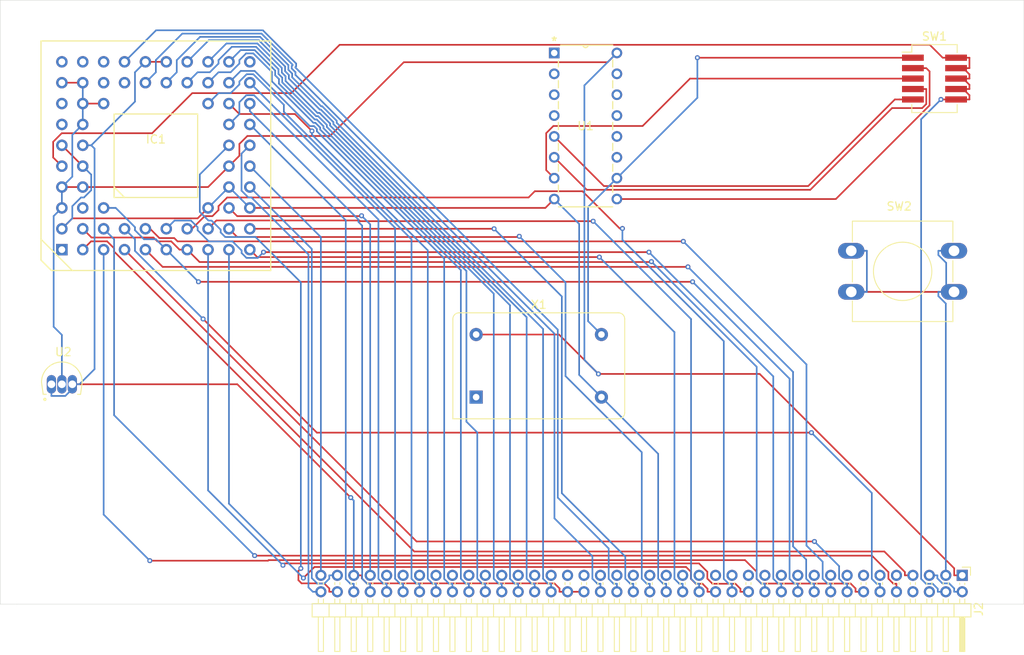
<source format=kicad_pcb>
(kicad_pcb (version 20240108) (generator "pcbnew") (generator_version "8.0")
  (layers (0 "F.Cu" signal) (31 "B.Cu" signal) (34 "B.Paste" user) (35 "F.Paste" user) (36 "B.SilkS" user "B.Silkscreen") (37 "F.SilkS" user "F.Silkscreen") (38 "B.Mask" user) (39 "F.Mask" user) (44 "Edge.Cuts" user))
  (net 0 "")
  (net 1 "+5V")
  (net 2 "GND")
  (net 3 "/CLK")
  (net 4 "/RESET")
  (net 6 "Net-(U1-QA)")
  (net 7 "Net-(U1-QD)")
  (net 8 "Net-(U1-QC)")
  (net 9 "Net-(U1-QB)")
  (net 10 "Net-(U1-CLK)")
  (net 13 "Net-(IC1A-A9)")
  (net 15 "Net-(IC1A-A7)")
  (net 16 "Net-(IC1A-D9)")
  (net 18 "Net-(IC1A-D4)")
  (net 21 "Net-(IC1A-D8)")
  (net 22 "Net-(IC1A-A14)")
  (net 23 "Net-(IC1A-D14)")
  (net 24 "/AS")
  (net 25 "/D0")
  (net 26 "Net-(IC1A-D11)")
  (net 27 "Net-(IC1A-A15)")
  (net 28 "Net-(IC1A-D10)")
  (net 29 "Net-(IC1A-A21)")
  (net 30 "Net-(IC1A-A11)")
  (net 31 "Net-(IC1A-D1)")
  (net 32 "/A1")
  (net 33 "/LDS")
  (net 34 "Net-(IC1A-A18)")
  (net 35 "Net-(IC1A-A8)")
  (net 36 "Net-(IC1A-D12)")
  (net 37 "Net-(IC1A-A17)")
  (net 40 "Net-(IC1A-A13)")
  (net 41 "Net-(IC1A-D6)")
  (net 42 "/R{slash}W")
  (net 44 "Net-(IC1A-A20)")
  (net 45 "Net-(IC1A-A16)")
  (net 47 "Net-(IC1A-D2)")
  (net 48 "Net-(IC1A-A6)")
  (net 49 "/D15")
  (net 50 "Net-(IC1A-A23)")
  (net 51 "Net-(IC1A-A12)")
  (net 52 "/UDS")
  (net 53 "Net-(IC1A-A2)")
  (net 56 "Net-(IC1A-A5)")
  (net 57 "Net-(IC1A-A10)")
  (net 58 "Net-(IC1A-D3)")
  (net 59 "Net-(IC1A-A19)")
  (footprint "parts:TO92127P495H695-3" (layer "F.Cu") (at 57.5 96)
    (property "Reference" "U2")
    (property "Value" "DS1813-5")
  )
  (footprint "parts:SN74HC4040N" (layer "F.Cu") (at 125 74.2)
    (property "Reference" "U1")
    (property "Value" "SN74HC4040N")
  )
  (footprint "Button_Switch_SMD:SW_DIP_SPSTx05_Slide_KingTek_DSHP05TJ_W5.25mm_P1.27mm_JPin" (layer "F.Cu") (at 163.625 59.54)
    (property "Reference" "SW1")
    (property "Value" "CLK DIP Switch")
  )
  (footprint "Button_Switch_THT:SW_PUSH-12mm" (layer "F.Cu") (at 153.5 80.5)
    (property "Reference" "SW2")
    (property "Value" "Reset")
  )
  (footprint "Connector_PinHeader_2.00mm:PinHeader_2x40_P2.00mm_Horizontal" (layer "F.Cu") (at 167 120 -90)
    (property "Reference" "J2")
    (property "Value" "80-bit bus")
  )
  (footprint "Oscillator:Oscillator_DIP-14" (layer "F.Cu") (at 107.88 98.31)
    (property "Reference" "X1")
    (property "Value" "Crystal Oscillator")
  )
  (footprint "parts:PGA64" (layer "F.Cu") (at 68.93 68.93)
    (property "Reference" "IC1")
    (property "Value" "MC68010R")
  )
  (gr_line (start 174.5 50) (end 174.5 123.5) (stroke (width 0.05)) (layer "Edge.Cuts"))
  (gr_line (start 50 50) (end 174.5 50) (stroke (width 0.05)) (layer "Edge.Cuts"))
  (gr_line (start 174.5 123.5) (end 52 123.5) (stroke (width 0.05)) (layer "Edge.Cuts"))
  (gr_line (start 52 123.5) (end 50 123.5) (stroke (width 0.05)) (layer "Edge.Cuts"))
  (gr_line (start 50 123.5) (end 50 50) (stroke (width 0.05)) (layer "Edge.Cuts"))
  (segment (start 62.58 62.58) (end 60.04 62.58) (width 0.2) (layer "F.Cu") (net 1))
  (segment (start 79.09 67.4942) (end 80.06 66.5242) (width 0.2) (layer "F.Cu") (net 1))
  (segment (start 77.82 70.2) (end 75.28 72.74) (width 0.2) (layer "F.Cu") (net 1))
  (segment (start 166.0233 120) (end 166.0233 119.146) (width 0.2) (layer "F.Cu") (net 1))
  (segment (start 99.0831 57.5484) (end 123.8716 57.5484) (width 0.2) (layer "F.Cu") (net 1))
  (segment (start 79.09 68.93) (end 79.09 67.4942) (width 0.2) (layer "F.Cu") (net 1))
  (segment (start 122.7506 95.4864) (end 117.9542 90.69) (width 0.2) (layer "F.Cu") (net 1))
  (segment (start 77.82 70.2) (end 79.09 68.93) (width 0.2) (layer "F.Cu") (net 1))
  (segment (start 117.9542 90.69) (end 107.88 90.69) (width 0.2) (layer "F.Cu") (net 1))
  (segment (start 142.3637 95.4864) (end 122.7506 95.4864) (width 0.2) (layer "F.Cu") (net 1))
  (segment (start 75.28 72.74) (end 60.04 72.74) (width 0.2) (layer "F.Cu") (net 1))
  (segment (start 90.1073 66.5242) (end 99.0831 57.5484) (width 0.2) (layer "F.Cu") (net 1))
  (segment (start 167 120) (end 166.0233 120) (width 0.2) (layer "F.Cu") (net 1))
  (segment (start 123.8716 57.5484) (end 125 56.42) (width 0.2) (layer "F.Cu") (net 1))
  (segment (start 60.04 60.04) (end 57.5 60.04) (width 0.2) (layer "F.Cu") (net 1))
  (segment (start 80.06 66.5242) (end 90.1073 66.5242) (width 0.2) (layer "F.Cu") (net 1))
  (segment (start 166.0233 119.146) (end 142.3637 95.4864) (width 0.2) (layer "F.Cu") (net 1))
  (segment (start 60.04 72.74) (end 57.5 72.74) (width 0.2) (layer "F.Cu") (net 1))
  (via (at 122.7506 95.4864) (size 0.6) (drill 0.3) (layers "F.Cu" "B.Cu") (net 1))
  (segment (start 56.4998 89.7387) (end 57.5 90.7389) (width 0.2) (layer "B.Cu") (net 1))
  (segment (start 57.5 75.28) (end 56.4998 76.2802) (width 0.2) (layer "B.Cu") (net 1))
  (segment (start 57.5 90.7389) (end 57.5 96.745) (width 0.2) (layer "B.Cu") (net 1))
  (segment (start 58.77 71.47) (end 57.5 72.74) (width 0.2) (layer "B.Cu") (net 1))
  (segment (start 60.04 60.04) (end 60.04 62.58) (width 0.2) (layer "B.Cu") (net 1))
  (segment (start 122.7506 95.4864) (end 121.0476 93.7834) (width 0.2) (layer "B.Cu") (net 1))
  (segment (start 60.04 62.58) (end 60.04 65.12) (width 0.2) (layer "B.Cu") (net 1))
  (segment (start 57.5 72.74) (end 57.5 75.28) (width 0.2) (layer "B.Cu") (net 1))
  (segment (start 58.77 66.39) (end 58.77 71.47) (width 0.2) (layer "B.Cu") (net 1))
  (segment (start 60.04 65.12) (end 58.77 66.39) (width 0.2) (layer "B.Cu") (net 1))
  (segment (start 121.0476 60.3724) (end 125 56.42) (width 0.2) (layer "B.Cu") (net 1))
  (segment (start 121.0476 93.7834) (end 121.0476 60.3724) (width 0.2) (layer "B.Cu") (net 1))
  (segment (start 56.4998 76.2802) (end 56.4998 89.7387) (width 0.2) (layer "B.Cu") (net 1))
  (segment (start 58.77 76.55) (end 57.5 77.82) (width 0.2) (layer "F.Cu") (net 2))
  (segment (start 80.36 75.28) (end 116.3 75.28) (width 0.2) (layer "F.Cu") (net 2))
  (segment (start 75.28 75.28) (end 74.01 76.55) (width 0.2) (layer "F.Cu") (net 2))
  (segment (start 116.3 75.28) (end 117.38 74.2) (width 0.2) (layer "F.Cu") (net 2))
  (segment (start 74.01 76.55) (end 58.77 76.55) (width 0.2) (layer "F.Cu") (net 2))
  (segment (start 57.5 67.66) (end 60.04 70.2) (width 0.2) (layer "F.Cu") (net 2))
  (segment (start 58.77 76.55) (end 57.5 77.82) (width 0.2) (layer "B.Cu") (net 2))
  (segment (start 120.4116 95.6016) (end 120.4116 77.2316) (width 0.2) (layer "B.Cu") (net 2))
  (segment (start 80.36 75.28) (end 77.82 72.74) (width 0.2) (layer "B.Cu") (net 2))
  (segment (start 60.04 70.2) (end 61.0719 71.2319) (width 0.2) (layer "B.Cu") (net 2))
  (segment (start 123.12 98.31) (end 130.0218 105.2118) (width 0.2) (layer "B.Cu") (net 2))
  (segment (start 130.0218 120.4115) (end 130.6336 121.0233) (width 0.2) (layer "B.Cu") (net 2))
  (segment (start 120.4116 77.2316) (end 117.38 74.2) (width 0.2) (layer "B.Cu") (net 2))
  (segment (start 163 120) (end 163.9767 120) (width 0.2) (layer "B.Cu") (net 2))
  (segment (start 77.82 72.74) (end 75.28 75.28) (width 0.2) (layer "B.Cu") (net 2))
  (segment (start 165.4048 120.9767) (end 164.587 120.9767) (width 0.2) (layer "B.Cu") (net 2))
  (segment (start 60.1854 74.01) (end 59.8279 74.01) (width 0.2) (layer "B.Cu") (net 2))
  (segment (start 61.0719 71.2319) (end 61.0719 73.1235) (width 0.2) (layer "B.Cu") (net 2))
  (segment (start 123.12 98.31) (end 120.4116 95.6016) (width 0.2) (layer "B.Cu") (net 2))
  (segment (start 167 122) (end 166.0233 122) (width 0.2) (layer "B.Cu") (net 2))
  (segment (start 59.8279 74.01) (end 58.77 75.0679) (width 0.2) (layer "B.Cu") (net 2))
  (segment (start 130.6336 121.0233) (end 131 121.0233) (width 0.2) (layer "B.Cu") (net 2))
  (segment (start 58.77 75.0679) (end 58.77 76.55) (width 0.2) (layer "B.Cu") (net 2))
  (segment (start 131 122) (end 131 121.0233) (width 0.2) (layer "B.Cu") (net 2))
  (segment (start 163.9767 120.3664) (end 163.9767 120) (width 0.2) (layer "B.Cu") (net 2))
  (segment (start 166.0233 121.5952) (end 165.4048 120.9767) (width 0.2) (layer "B.Cu") (net 2))
  (segment (start 166.0233 122) (end 166.0233 121.5952) (width 0.2) (layer "B.Cu") (net 2))
  (segment (start 130.0218 105.2118) (end 130.0218 120.4115) (width 0.2) (layer "B.Cu") (net 2))
  (segment (start 61.0719 73.1235) (end 60.1854 74.01) (width 0.2) (layer "B.Cu") (net 2))
  (segment (start 164.587 120.9767) (end 163.9767 120.3664) (width 0.2) (layer "B.Cu") (net 2))
  (segment (start 167.8767 61.5687) (end 167.8767 62.08) (width 0.2) (layer "F.Cu") (net 3))
  (segment (start 167.8767 59.0287) (end 167.8767 59.54) (width 0.2) (layer "F.Cu") (net 3))
  (segment (start 167.8767 60.2987) (end 167.8767 60.81) (width 0.2) (layer "F.Cu") (net 3))
  (segment (start 166.25 58.27) (end 167.0634 58.27) (width 0.2) (layer "F.Cu") (net 3))
  (segment (start 167.118 59.54) (end 167.8767 60.2987) (width 0.2) (layer "F.Cu") (net 3))
  (segment (start 85.3976 61.31) (end 91.2807 55.4269) (width 0.2) (layer "F.Cu") (net 3))
  (segment (start 167.0634 60.81) (end 167.8767 60.81) (width 0.2) (layer "F.Cu") (net 3))
  (segment (start 167.0634 58.27) (end 167.118 58.27) (width 0.2) (layer "F.Cu") (net 3))
  (segment (start 166.25 62.08) (end 167.8767 62.08) (width 0.2) (layer "F.Cu") (net 3))
  (segment (start 73.3578 61.31) (end 85.3976 61.31) (width 0.2) (layer "F.Cu") (net 3))
  (segment (start 166.25 62.08) (end 164.6233 62.08) (width 0.2) (layer "F.Cu") (net 3))
  (segment (start 57.4852 66.19) (end 68.4778 66.19) (width 0.2) (layer "F.Cu") (net 3))
  (segment (start 167.0634 60.81) (end 167.118 60.81) (width 0.2) (layer "F.Cu") (net 3))
  (segment (start 68.4778 66.19) (end 73.3578 61.31) (width 0.2) (layer "F.Cu") (net 3))
  (segment (start 166.25 57) (end 167.8767 57) (width 0.2) (layer "F.Cu") (net 3))
  (segment (start 166.25 59.54) (end 167.0634 59.54) (width 0.2) (layer "F.Cu") (net 3))
  (segment (start 167.0634 58.27) (end 167.8767 58.27) (width 0.2) (layer "F.Cu") (net 3))
  (segment (start 56.4425 69.1425) (end 56.4425 67.2327) (width 0.2) (layer "F.Cu") (net 3))
  (segment (start 163.0502 55.4269) (end 164.6233 57) (width 0.2) (layer "F.Cu") (net 3))
  (segment (start 56.4425 67.2327) (end 57.4852 66.19) (width 0.2) (layer "F.Cu") (net 3))
  (segment (start 166.25 57) (end 164.6233 57) (width 0.2) (layer "F.Cu") (net 3))
  (segment (start 167.0634 59.54) (end 167.8767 59.54) (width 0.2) (layer "F.Cu") (net 3))
  (segment (start 167.0634 59.54) (end 167.118 59.54) (width 0.2) (layer "F.Cu") (net 3))
  (segment (start 167.118 60.81) (end 167.8767 61.5687) (width 0.2) (layer "F.Cu") (net 3))
  (segment (start 167.8767 57) (end 167.8767 58.27) (width 0.2) (layer "F.Cu") (net 3))
  (segment (start 91.2807 55.4269) (end 163.0502 55.4269) (width 0.2) (layer "F.Cu") (net 3))
  (segment (start 166.25 60.81) (end 167.0634 60.81) (width 0.2) (layer "F.Cu") (net 3))
  (segment (start 167.118 58.27) (end 167.8767 59.0287) (width 0.2) (layer "F.Cu") (net 3))
  (segment (start 57.5 70.2) (end 56.4425 69.1425) (width 0.2) (layer "F.Cu") (net 3))
  (segment (start 164.6233 62.08) (end 164.4103 62.08) (width 0.2) (layer "F.Cu") (net 3))
  (via (at 164.4103 62.08) (size 0.6) (drill 0.3) (layers "F.Cu" "B.Cu") (net 3))
  (segment (start 165 122) (end 164.0233 122) (width 0.2) (layer "B.Cu") (net 3))
  (segment (start 162.0001 64.4902) (end 164.4103 62.08) (width 0.2) (layer "B.Cu") (net 3))
  (segment (start 162.0001 120.4328) (end 162.0001 64.4902) (width 0.2) (layer "B.Cu") (net 3))
  (segment (start 164.0233 121.6336) (end 163.413 121.0233) (width 0.2) (layer "B.Cu") (net 3))
  (segment (start 163.413 121.0233) (end 162.5906 121.0233) (width 0.2) (layer "B.Cu") (net 3))
  (segment (start 164.0233 122) (end 164.0233 121.6336) (width 0.2) (layer "B.Cu") (net 3))
  (segment (start 162.5906 121.0233) (end 162.0001 120.4328) (width 0.2) (layer "B.Cu") (net 3))
  (segment (start 93.9767 120) (end 93.9767 120.3664) (width 0.2) (layer "F.Cu") (net 4))
  (segment (start 117.4048 120.9767) (end 118.0233 121.5952) (width 0.2) (layer "F.Cu") (net 4))
  (segment (start 93 120) (end 93.9767 120) (width 0.2) (layer "F.Cu") (net 4))
  (segment (start 120.7629 122) (end 120.8815 122) (width 0.2) (layer "F.Cu") (net 4))
  (segment (start 120.9926 122) (end 120.9963 122) (width 0.2) (layer "F.Cu") (net 4))
  (segment (start 120.5257 122) (end 120.7629 122) (width 0.2) (layer "F.Cu") (net 4))
  (segment (start 119 122) (end 120.0513 122) (width 0.2) (layer "F.Cu") (net 4))
  (segment (start 94.587 120.9767) (end 117.4048 120.9767) (width 0.2) (layer "F.Cu") (net 4))
  (segment (start 120.9408 122) (end 120.9704 122) (width 0.2) (layer "F.Cu") (net 4))
  (segment (start 120.8815 122) (end 120.9408 122) (width 0.2) (layer "F.Cu") (net 4))
  (segment (start 120.9852 122) (end 120.9926 122) (width 0.2) (layer "F.Cu") (net 4))
  (segment (start 120.9999 122) (end 121 122) (width 0.2) (layer "F.Cu") (net 4))
  (segment (start 93.9767 120.3664) (end 94.587 120.9767) (width 0.2) (layer "F.Cu") (net 4))
  (segment (start 120.0513 122) (end 120.5257 122) (width 0.2) (layer "F.Cu") (net 4))
  (segment (start 120.9996 122) (end 120.9998 122) (width 0.2) (layer "F.Cu") (net 4))
  (segment (start 118.0233 121.5952) (end 118.0233 122) (width 0.2) (layer "F.Cu") (net 4))
  (segment (start 78.8373 96.745) (end 92.6299 110.5376) (width 0.2) (layer "F.Cu") (net 4))
  (segment (start 120.9991 122) (end 120.9996 122) (width 0.2) (layer "F.Cu") (net 4))
  (segment (start 58.77 96.745) (end 78.8373 96.745) (width 0.2) (layer "F.Cu") (net 4))
  (segment (start 120.9982 122) (end 120.9991 122) (width 0.2) (layer "F.Cu") (net 4))
  (segment (start 120.9704 122) (end 120.9852 122) (width 0.2) (layer "F.Cu") (net 4))
  (segment (start 70.2 57.5) (end 67.66 57.5) (width 0.2) (layer "F.Cu") (net 4))
  (segment (start 120.9998 122) (end 120.9999 122) (width 0.2) (layer "F.Cu") (net 4))
  (segment (start 118.5117 122) (end 119 122) (width 0.2) (layer "F.Cu") (net 4))
  (segment (start 120.9963 122) (end 120.9982 122) (width 0.2) (layer "F.Cu") (net 4))
  (segment (start 118.5117 122) (end 118.0233 122) (width 0.2) (layer "F.Cu") (net 4))
  (segment (start 166 85.5) (end 153.5 85.5) (width 0.2) (layer "F.Cu") (net 4))
  (via (at 92.6299 110.5376) (size 0.6) (drill 0.3) (layers "F.Cu" "B.Cu") (net 4))
  (segment (start 164.0983 86.0185) (end 164.0983 85.5) (width 0.2) (layer "B.Cu") (net 4))
  (segment (start 58.9934 96.745) (end 58.9934 97.0901) (width 0.2) (layer "B.Cu") (net 4))
  (segment (start 165.0492 85.5) (end 164.0983 85.5) (width 0.2) (layer "B.Cu") (net 4))
  (segment (start 153.5 85.5) (end 155.4017 85.5) (width 0.2) (layer "B.Cu") (net 4))
  (segment (start 61.0719 67.66) (end 61.4736 68.0617) (width 0.2) (layer "B.Cu") (net 4))
  (segment (start 165.0492 81.9693) (end 165.0491 81.9693) (width 0.2) (layer "B.Cu") (net 4))
  (segment (start 58.9934 97.0901) (end 57.9168 98.1667) (width 0.2) (layer "B.Cu") (net 4))
  (segment (start 57.9168 98.1667) (end 56.23 98.1667) (width 0.2) (layer "B.Cu") (net 4))
  (segment (start 166 80.5) (end 164.0983 80.5) (width 0.2) (layer "B.Cu") (net 4))
  (segment (start 165.0492 85.5) (end 165.0492 81.9693) (width 0.2) (layer "B.Cu") (net 4))
  (segment (start 165 86.9201) (end 164.9999 86.9201) (width 0.2) (layer "B.Cu") (net 4))
  (segment (start 58.77 96.745) (end 58.9934 96.745) (width 0.2) (layer "B.Cu") (net 4))
  (segment (start 155.4017 85.5) (end 155.4017 80.5) (width 0.2) (layer "B.Cu") (net 4))
  (segment (start 66.39 58.77) (end 66.39 62.3419) (width 0.2) (layer "B.Cu") (net 4))
  (segment (start 67.66 57.5) (end 66.39 58.77) (width 0.2) (layer "B.Cu") (net 4))
  (segment (start 61.4736 94.9031) (end 59.6317 96.745) (width 0.2) (layer "B.Cu") (net 4))
  (segment (start 66.39 62.3419) (end 61.0719 67.66) (width 0.2) (layer "B.Cu") (net 4))
  (segment (start 93 120) (end 93 110.9077) (width 0.2) (layer "B.Cu") (net 4))
  (segment (start 61.0719 67.66) (end 60.04 67.66) (width 0.2) (layer "B.Cu") (net 4))
  (segment (start 164.0983 81.0185) (end 164.0983 80.5) (width 0.2) (layer "B.Cu") (net 4))
  (segment (start 93 110.9077) (end 92.6299 110.5376) (width 0.2) (layer "B.Cu") (net 4))
  (segment (start 61.4736 68.0617) (end 61.4736 94.9031) (width 0.2) (layer "B.Cu") (net 4))
  (segment (start 153.5 80.5) (end 155.4017 80.5) (width 0.2) (layer "B.Cu") (net 4))
  (segment (start 56.23 96.745) (end 56.23 98.1667) (width 0.2) (layer "B.Cu") (net 4))
  (segment (start 58.9934 96.745) (end 59.6317 96.745) (width 0.2) (layer "B.Cu") (net 4))
  (segment (start 165 119.0233) (end 165 86.9201) (width 0.2) (layer "B.Cu") (net 4))
  (segment (start 165.0491 81.9693) (end 164.0983 81.0185) (width 0.2) (layer "B.Cu") (net 4))
  (segment (start 164.9999 86.9201) (end 164.0983 86.0185) (width 0.2) (layer "B.Cu") (net 4))
  (segment (start 166 85.5) (end 165.0492 85.5) (width 0.2) (layer "B.Cu") (net 4))
  (segment (start 165 120) (end 165 119.0233) (width 0.2) (layer "B.Cu") (net 4))
  (segment (start 125 74.2) (end 151.626 74.2) (width 0.2) (layer "F.Cu") (net 6))
  (segment (start 161 58.27) (end 162.6267 58.27) (width 0.2) (layer "F.Cu") (net 6))
  (segment (start 163.0284 58.6717) (end 162.6267 58.27) (width 0.2) (layer "F.Cu") (net 6))
  (segment (start 163.0284 62.7976) (end 163.0284 58.6717) (width 0.2) (layer "F.Cu") (net 6))
  (segment (start 151.626 74.2) (end 163.0284 62.7976) (width 0.2) (layer "F.Cu") (net 6))
  (segment (start 123.4174 72.6174) (end 117.38 66.58) (width 0.2) (layer "F.Cu") (net 7))
  (segment (start 158.8053 62.08) (end 148.2679 72.6174) (width 0.2) (layer "F.Cu") (net 7))
  (segment (start 159.3733 62.08) (end 158.8053 62.08) (width 0.2) (layer "F.Cu") (net 7))
  (segment (start 148.2679 72.6174) (end 123.4174 72.6174) (width 0.2) (layer "F.Cu") (net 7))
  (segment (start 161 62.08) (end 159.3733 62.08) (width 0.2) (layer "F.Cu") (net 7))
  (segment (start 161 60.81) (end 162.6267 60.81) (width 0.2) (layer "F.Cu") (net 8))
  (segment (start 162.6267 60.81) (end 162.6267 62.6313) (width 0.2) (layer "F.Cu") (net 8))
  (segment (start 121.3363 73.0763) (end 117.38 69.12) (width 0.2) (layer "F.Cu") (net 8))
  (segment (start 162.6267 62.6313) (end 162.1303 63.1277) (width 0.2) (layer "F.Cu") (net 8))
  (segment (start 158.467 63.1277) (end 148.5184 73.0763) (width 0.2) (layer "F.Cu") (net 8))
  (segment (start 162.1303 63.1277) (end 158.467 63.1277) (width 0.2) (layer "F.Cu") (net 8))
  (segment (start 148.5184 73.0763) (end 121.3363 73.0763) (width 0.2) (layer "F.Cu") (net 8))
  (segment (start 161 59.54) (end 133.8975 59.54) (width 0.2) (layer "F.Cu") (net 9))
  (segment (start 116.4035 70.6835) (end 117.38 71.66) (width 0.2) (layer "F.Cu") (net 9))
  (segment (start 117.2745 65.3102) (end 116.4035 66.1812) (width 0.2) (layer "F.Cu") (net 9))
  (segment (start 133.8975 59.54) (end 128.1273 65.3102) (width 0.2) (layer "F.Cu") (net 9))
  (segment (start 116.4035 66.1812) (end 116.4035 70.6835) (width 0.2) (layer "F.Cu") (net 9))
  (segment (start 128.1273 65.3102) (end 117.2745 65.3102) (width 0.2) (layer "F.Cu") (net 9))
  (segment (start 161 57) (end 134.7894 57) (width 0.2) (layer "F.Cu") (net 10))
  (via (at 134.7894 57) (size 0.6) (drill 0.3) (layers "F.Cu" "B.Cu") (net 10))
  (segment (start 121.4986 89.0686) (end 121.4986 75.1614) (width 0.2) (layer "B.Cu") (net 10))
  (segment (start 121.4986 75.1614) (end 125 71.66) (width 0.2) (layer "B.Cu") (net 10))
  (segment (start 123.12 90.69) (end 121.4986 89.0686) (width 0.2) (layer "B.Cu") (net 10))
  (segment (start 125 71.66) (end 134.7894 61.8706) (width 0.2) (layer "B.Cu") (net 10))
  (segment (start 134.7894 61.8706) (end 134.7894 57) (width 0.2) (layer "B.Cu") (net 10))
  (segment (start 108.6336 121.0233) (end 108.0233 120.413) (width 0.2) (layer "B.Cu") (net 13))
  (segment (start 109 121.0233) (end 108.6336 121.0233) (width 0.2) (layer "B.Cu") (net 13))
  (segment (start 108.0233 120.413) (end 108.0233 102.6152) (width 0.2) (layer "B.Cu") (net 13))
  (segment (start 89.3168 65.3407) (end 88.4935 64.5174) (width 0.2) (layer "B.Cu") (net 13))
  (segment (start 83.8992 60.162) (end 83.8992 59.594) (width 0.2) (layer "B.Cu") (net 13))
  (segment (start 79.2476 56.0724) (end 77.82 57.5) (width 0.2) (layer "B.Cu") (net 13))
  (segment (start 80.9456 56.0724) (end 79.2476 56.0724) (width 0.2) (layer "B.Cu") (net 13))
  (segment (start 89.3168 65.5796) (end 89.3168 65.3407) (width 0.2) (layer "B.Cu") (net 13))
  (segment (start 106.7002 101.2921) (end 106.7002 82.963) (width 0.2) (layer "B.Cu") (net 13))
  (segment (start 83.4413 58.5681) (end 80.9456 56.0724) (width 0.2) (layer "B.Cu") (net 13))
  (segment (start 109 122) (end 109 121.0233) (width 0.2) (layer "B.Cu") (net 13))
  (segment (start 83.4413 59.1361) (end 83.4413 58.5681) (width 0.2) (layer "B.Cu") (net 13))
  (segment (start 88.4935 64.5174) (end 88.2546 64.5174) (width 0.2) (layer "B.Cu") (net 13))
  (segment (start 88.2546 64.5174) (end 83.8992 60.162) (width 0.2) (layer "B.Cu") (net 13))
  (segment (start 108.0233 102.6152) (end 106.7002 101.2921) (width 0.2) (layer "B.Cu") (net 13))
  (segment (start 106.7002 82.963) (end 89.3168 65.5796) (width 0.2) (layer "B.Cu") (net 13))
  (segment (start 83.8992 59.594) (end 83.4413 59.1361) (width 0.2) (layer "B.Cu") (net 13))
  (segment (start 81.2782 55.269) (end 77.511 55.269) (width 0.2) (layer "B.Cu") (net 15))
  (segment (start 88.8261 63.714) (end 88.5872 63.714) (width 0.2) (layer "B.Cu") (net 15))
  (segment (start 77.511 55.269) (end 75.28 57.5) (width 0.2) (layer "B.Cu") (net 15))
  (segment (start 90.1202 65.0081) (end 88.8261 63.714) (width 0.2) (layer "B.Cu") (net 15))
  (segment (start 84.2447 58.8035) (end 84.2447 58.2355) (width 0.2) (layer "B.Cu") (net 15))
  (segment (start 90.1202 65.247) (end 90.1202 65.0081) (width 0.2) (layer "B.Cu") (net 15))
  (segment (start 88.5872 63.714) (end 84.7026 59.8294) (width 0.2) (layer "B.Cu") (net 15))
  (segment (start 112.5952 121.0233) (end 112 120.4281) (width 0.2) (layer "B.Cu") (net 15))
  (segment (start 113 122) (end 113 121.0233) (width 0.2) (layer "B.Cu") (net 15))
  (segment (start 113 121.0233) (end 112.5952 121.0233) (width 0.2) (layer "B.Cu") (net 15))
  (segment (start 84.7026 59.2614) (end 84.2447 58.8035) (width 0.2) (layer "B.Cu") (net 15))
  (segment (start 84.2447 58.2355) (end 81.2782 55.269) (width 0.2) (layer "B.Cu") (net 15))
  (segment (start 112 87.1268) (end 90.1202 65.247) (width 0.2) (layer "B.Cu") (net 15))
  (segment (start 112 120.4281) (end 112 87.1268) (width 0.2) (layer "B.Cu") (net 15))
  (segment (start 84.7026 59.8294) (end 84.7026 59.2614) (width 0.2) (layer "B.Cu") (net 15))
  (segment (start 125.3439 77.7816) (end 125.6719 77.7816) (width 0.2) (layer "F.Cu") (net 16))
  (segment (start 77.6067 74.01) (end 114.2559 74.01) (width 0.2) (layer "F.Cu") (net 16))
  (segment (start 115.0153 73.2506) (end 120.8129 73.2506) (width 0.2) (layer "F.Cu") (net 16))
  (segment (start 76.55 75.0667) (end 77.6067 74.01) (width 0.2) (layer "F.Cu") (net 16))
  (segment (start 72.74 77.82) (end 73.3257 77.82) (width 0.2) (layer "F.Cu") (net 16))
  (segment (start 75.8077 76.2802) (end 76.55 75.5379) (width 0.2) (layer "F.Cu") (net 16))
  (segment (start 74.8655 76.2802) (end 75.8077 76.2802) (width 0.2) (layer "F.Cu") (net 16))
  (segment (start 76.55 75.5379) (end 76.55 75.0667) (width 0.2) (layer "F.Cu") (net 16))
  (segment (start 114.2559 74.01) (end 115.0153 73.2506) (width 0.2) (layer "F.Cu") (net 16))
  (segment (start 73.3257 77.82) (end 74.8655 76.2802) (width 0.2) (layer "F.Cu") (net 16))
  (segment (start 120.8129 73.2506) (end 125.3439 77.7816) (width 0.2) (layer "F.Cu") (net 16))
  (via (at 125.6719 77.7816) (size 0.6) (drill 0.3) (layers "F.Cu" "B.Cu") (net 16))
  (segment (start 138.5952 121.0233) (end 139 121.0233) (width 0.2) (layer "B.Cu") (net 16))
  (segment (start 125.6719 77.7816) (end 125.6719 79.1743) (width 0.2) (layer "B.Cu") (net 16))
  (segment (start 125.6719 79.1743) (end 138 91.5024) (width 0.2) (layer "B.Cu") (net 16))
  (segment (start 138 120.4281) (end 138.5952 121.0233) (width 0.2) (layer "B.Cu") (net 16))
  (segment (start 138 91.5024) (end 138 120.4281) (width 0.2) (layer "B.Cu") (net 16))
  (segment (start 139 122) (end 139 121.0233) (width 0.2) (layer "B.Cu") (net 16))
  (segment (start 67.66 80.36) (end 69.7565 82.4565) (width 0.2) (layer "F.Cu") (net 18))
  (segment (start 69.7565 82.4565) (end 133.6412 82.4565) (width 0.2) (layer "F.Cu") (net 18))
  (via (at 133.6412 82.4565) (size 0.6) (drill 0.3) (layers "F.Cu" "B.Cu") (net 18))
  (segment (start 148.0233 118.0768) (end 146.4235 116.477) (width 0.2) (layer "B.Cu") (net 18))
  (segment (start 148.0233 120.413) (end 148.0233 118.0768) (width 0.2) (layer "B.Cu") (net 18))
  (segment (start 146.4235 116.477) (end 146.4235 95.2388) (width 0.2) (layer "B.Cu") (net 18))
  (segment (start 148.6336 121.0233) (end 148.0233 120.413) (width 0.2) (layer "B.Cu") (net 18))
  (segment (start 149 121.0233) (end 148.6336 121.0233) (width 0.2) (layer "B.Cu") (net 18))
  (segment (start 146.4235 95.2388) (end 133.6412 82.4565) (width 0.2) (layer "B.Cu") (net 18))
  (segment (start 149 122) (end 149 121.0233) (width 0.2) (layer "B.Cu") (net 18))
  (segment (start 136.6261 121.0233) (end 136 120.3972) (width 0.2) (layer "F.Cu") (net 21))
  (segment (start 139.413 121.0233) (end 136.6261 121.0233) (width 0.2) (layer "F.Cu") (net 21))
  (segment (start 134.985 118.5499) (end 84.6062 118.5499) (width 0.2) (layer "F.Cu") (net 21))
  (segment (start 141 122) (end 140.0233 122) (width 0.2) (layer "F.Cu") (net 21))
  (segment (start 136 120.3972) (end 136 119.5649) (width 0.2) (layer "F.Cu") (net 21))
  (segment (start 140.0233 122) (end 140.0233 121.6336) (width 0.2) (layer "F.Cu") (net 21))
  (segment (start 84.6062 118.5499) (end 84.3863 118.7698) (width 0.2) (layer "F.Cu") (net 21))
  (segment (start 136 119.5649) (end 134.985 118.5499) (width 0.2) (layer "F.Cu") (net 21))
  (segment (start 140.0233 121.6336) (end 139.413 121.0233) (width 0.2) (layer "F.Cu") (net 21))
  (via (at 84.3863 118.7698) (size 0.6) (drill 0.3) (layers "F.Cu" "B.Cu") (net 21))
  (segment (start 75.28 109.6635) (end 84.3863 118.7698) (width 0.2) (layer "B.Cu") (net 21))
  (segment (start 75.28 80.36) (end 75.28 109.6635) (width 0.2) (layer "B.Cu") (net 21))
  (segment (start 98.6336 121.0233) (end 98.0233 120.413) (width 0.2) (layer "B.Cu") (net 22))
  (segment (start 98.0233 77.7033) (end 80.36 60.04) (width 0.2) (layer "B.Cu") (net 22))
  (segment (start 99 122) (end 99 121.0233) (width 0.2) (layer "B.Cu") (net 22))
  (segment (start 99 121.0233) (end 98.6336 121.0233) (width 0.2) (layer "B.Cu") (net 22))
  (segment (start 98.0233 120.413) (end 98.0233 77.7033) (width 0.2) (layer "B.Cu") (net 22))
  (segment (start 78.8202 78.8202) (end 113.039 78.8202) (width 0.2) (layer "F.Cu") (net 23))
  (segment (start 113.039 78.8202) (end 113.1261 78.7331) (width 0.2) (layer "F.Cu") (net 23))
  (segment (start 77.82 77.82) (end 78.8202 78.8202) (width 0.2) (layer "F.Cu") (net 23))
  (via (at 113.1261 78.7331) (size 0.6) (drill 0.3) (layers "F.Cu" "B.Cu") (net 23))
  (segment (start 129 122) (end 129 121.0233) (width 0.2) (layer "B.Cu") (net 23))
  (segment (start 128.6336 121.0233) (end 128.0233 120.413) (width 0.2) (layer "B.Cu") (net 23))
  (segment (start 128.0233 120.413) (end 128.0233 105.0198) (width 0.2) (layer "B.Cu") (net 23))
  (segment (start 118.7513 84.3583) (end 113.1261 78.7331) (width 0.2) (layer "B.Cu") (net 23))
  (segment (start 118.7513 95.7478) (end 118.7513 84.3583) (width 0.2) (layer "B.Cu") (net 23))
  (segment (start 128.0233 105.0198) (end 118.7513 95.7478) (width 0.2) (layer "B.Cu") (net 23))
  (segment (start 129 121.0233) (end 128.6336 121.0233) (width 0.2) (layer "B.Cu") (net 23))
  (segment (start 63.85 80.5888) (end 63.85 80.1942) (width 0.2) (layer "F.Cu") (net 24))
  (segment (start 63.0056 79.3498) (end 61.0502 79.3498) (width 0.2) (layer "F.Cu") (net 24))
  (segment (start 63.85 80.1942) (end 63.0056 79.3498) (width 0.2) (layer "F.Cu") (net 24))
  (segment (start 160.0233 119.5952) (end 157.5251 117.097) (width 0.2) (layer "F.Cu") (net 24))
  (segment (start 160.0233 120) (end 160.0233 119.5952) (width 0.2) (layer "F.Cu") (net 24))
  (segment (start 161 120) (end 160.0233 120) (width 0.2) (layer "F.Cu") (net 24))
  (segment (start 61.0502 79.3498) (end 60.04 80.36) (width 0.2) (layer "F.Cu") (net 24))
  (segment (start 157.5251 117.097) (end 100.3582 117.097) (width 0.2) (layer "F.Cu") (net 24))
  (segment (start 100.3582 117.097) (end 63.85 80.5888) (width 0.2) (layer "F.Cu") (net 24))
  (segment (start 148.6577 102.6313) (end 88.5119 102.6313) (width 0.2) (layer "F.Cu") (net 25))
  (segment (start 88.5119 102.6313) (end 74.6768 88.7962) (width 0.2) (layer "F.Cu") (net 25))
  (via (at 148.6577 102.6313) (size 0.6) (drill 0.3) (layers "F.Cu" "B.Cu") (net 25))
  (via (at 74.6768 88.7962) (size 0.6) (drill 0.3) (layers "F.Cu" "B.Cu") (net 25))
  (segment (start 157 122) (end 157 121.0233) (width 0.2) (layer "B.Cu") (net 25))
  (segment (start 156.5952 121.0233) (end 157 121.0233) (width 0.2) (layer "B.Cu") (net 25))
  (segment (start 156 120.4281) (end 156.5952 121.0233) (width 0.2) (layer "B.Cu") (net 25))
  (segment (start 65.12 77.82) (end 66.39 79.09) (width 0.2) (layer "B.Cu") (net 25))
  (segment (start 156 109.9736) (end 156 120.4281) (width 0.2) (layer "B.Cu") (net 25))
  (segment (start 66.39 80.5094) (end 74.6768 88.7962) (width 0.2) (layer "B.Cu") (net 25))
  (segment (start 66.39 79.09) (end 66.39 80.5094) (width 0.2) (layer "B.Cu") (net 25))
  (segment (start 148.6577 102.6313) (end 156 109.9736) (width 0.2) (layer "B.Cu") (net 25))
  (segment (start 93.6735 76.8081) (end 93.7615 76.8961) (width 0.2) (layer "F.Cu") (net 26))
  (segment (start 76.2919 76.8081) (end 93.6735 76.8081) (width 0.2) (layer "F.Cu") (net 26))
  (segment (start 93.7615 76.8961) (end 122.11 76.8961) (width 0.2) (layer "F.Cu") (net 26))
  (segment (start 75.28 77.82) (end 76.2919 76.8081) (width 0.2) (layer "F.Cu") (net 26))
  (via (at 122.11 76.8961) (size 0.6) (drill 0.3) (layers "F.Cu" "B.Cu") (net 26))
  (segment (start 135 122) (end 135 121.0233) (width 0.2) (layer "B.Cu") (net 26))
  (segment (start 134.0188 88.8049) (end 134.0188 120.4085) (width 0.2) (layer "B.Cu") (net 26))
  (segment (start 134.6336 121.0233) (end 135 121.0233) (width 0.2) (layer "B.Cu") (net 26))
  (segment (start 122.11 76.8961) (end 134.0188 88.8049) (width 0.2) (layer "B.Cu") (net 26))
  (segment (start 134.0188 120.4085) (end 134.6336 121.0233) (width 0.2) (layer "B.Cu") (net 26))
  (segment (start 80.8695 61.5646) (end 96 76.6951) (width 0.2) (layer "B.Cu") (net 27))
  (segment (start 79.09 63.85) (end 79.09 62.4116) (width 0.2) (layer "B.Cu") (net 27))
  (segment (start 96 120.4281) (end 96.5952 121.0233) (width 0.2) (layer "B.Cu") (net 27))
  (segment (start 97 122) (end 97 121.0233) (width 0.2) (layer "B.Cu") (net 27))
  (segment (start 79.09 62.4116) (end 79.937 61.5646) (width 0.2) (layer "B.Cu") (net 27))
  (segment (start 77.82 65.12) (end 79.09 63.85) (width 0.2) (layer "B.Cu") (net 27))
  (segment (start 79.937 61.5646) (end 80.8695 61.5646) (width 0.2) (layer "B.Cu") (net 27))
  (segment (start 96.5952 121.0233) (end 97 121.0233) (width 0.2) (layer "B.Cu") (net 27))
  (segment (start 96 76.6951) (end 96 120.4281) (width 0.2) (layer "B.Cu") (net 27))
  (segment (start 136.0233 121.6336) (end 135.413 121.0233) (width 0.2) (layer "F.Cu") (net 28))
  (segment (start 133.4158 118.984) (end 88.213 118.984) (width 0.2) (layer "F.Cu") (net 28))
  (segment (start 134 119.5682) (end 133.4158 118.984) (width 0.2) (layer "F.Cu") (net 28))
  (segment (start 135.413 121.0233) (end 134.5906 121.0233) (width 0.2) (layer "F.Cu") (net 28))
  (segment (start 88.213 118.984) (end 86.8697 120.3273) (width 0.2) (layer "F.Cu") (net 28))
  (segment (start 137 122) (end 136.0233 122) (width 0.2) (layer "F.Cu") (net 28))
  (segment (start 134.5906 121.0233) (end 134 120.4327) (width 0.2) (layer "F.Cu") (net 28))
  (segment (start 136.0233 122) (end 136.0233 121.6336) (width 0.2) (layer "F.Cu") (net 28))
  (segment (start 134 120.4327) (end 134 119.5682) (width 0.2) (layer "F.Cu") (net 28))
  (via (at 86.8697 120.3273) (size 0.6) (drill 0.3) (layers "F.Cu" "B.Cu") (net 28))
  (segment (start 77.82 80.36) (end 77.82 111.2776) (width 0.2) (layer "B.Cu") (net 28))
  (segment (start 77.82 111.2776) (end 86.8697 120.3273) (width 0.2) (layer "B.Cu") (net 28))
  (segment (start 90.0233 120) (end 90.0233 120.4048) (width 0.2) (layer "B.Cu") (net 29))
  (segment (start 87.8907 80.2707) (end 80.36 72.74) (width 0.2) (layer "B.Cu") (net 29))
  (segment (start 87.8907 120.3279) (end 87.8907 80.2707) (width 0.2) (layer "B.Cu") (net 29))
  (segment (start 88.5628 121) (end 87.8907 120.3279) (width 0.2) (layer "B.Cu") (net 29))
  (segment (start 89.4281 121) (end 88.5628 121) (width 0.2) (layer "B.Cu") (net 29))
  (segment (start 91 120) (end 90.0233 120) (width 0.2) (layer "B.Cu") (net 29))
  (segment (start 90.0233 120.4048) (end 89.4281 121) (width 0.2) (layer "B.Cu") (net 29))
  (segment (start 87.6552 65.3208) (end 80.9408 58.6064) (width 0.2) (layer "B.Cu") (net 30))
  (segment (start 79.2536 58.6064) (end 77.82 60.04) (width 0.2) (layer "B.Cu") (net 30))
  (segment (start 105 122) (end 105 121.0233) (width 0.2) (layer "B.Cu") (net 30))
  (segment (start 88.1609 65.3208) (end 87.6552 65.3208) (width 0.2) (layer "B.Cu") (net 30))
  (segment (start 88.5134 65.6733) (end 88.1609 65.3208) (width 0.2) (layer "B.Cu") (net 30))
  (segment (start 88.5134 65.9562) (end 88.5134 65.6733) (width 0.2) (layer "B.Cu") (net 30))
  (segment (start 104.5952 121.0233) (end 104 120.4281) (width 0.2) (layer "B.Cu") (net 30))
  (segment (start 105 121.0233) (end 104.5952 121.0233) (width 0.2) (layer "B.Cu") (net 30))
  (segment (start 80.9408 58.6064) (end 79.2536 58.6064) (width 0.2) (layer "B.Cu") (net 30))
  (segment (start 104 81.4428) (end 88.5134 65.9562) (width 0.2) (layer "B.Cu") (net 30))
  (segment (start 104 120.4281) (end 104 81.4428) (width 0.2) (layer "B.Cu") (net 30))
  (segment (start 155 122) (end 154.0233 122) (width 0.2) (layer "F.Cu") (net 31))
  (segment (start 140.5837 118.1482) (end 82.645 118.1482) (width 0.2) (layer "F.Cu") (net 31))
  (segment (start 153.4281 121) (end 142.5538 121) (width 0.2) (layer "F.Cu") (net 31))
  (segment (start 82.5765 118.2167) (end 68.1957 118.2167) (width 0.2) (layer "F.Cu") (net 31))
  (segment (start 142.5538 121) (end 142 120.4462) (width 0.2) (layer "F.Cu") (net 31))
  (segment (start 154.0233 121.5952) (end 153.4281 121) (width 0.2) (layer "F.Cu") (net 31))
  (segment (start 82.645 118.1482) (end 82.5765 118.2167) (width 0.2) (layer "F.Cu") (net 31))
  (segment (start 142 120.4462) (end 142 119.5645) (width 0.2) (layer "F.Cu") (net 31))
  (segment (start 142 119.5645) (end 140.5837 118.1482) (width 0.2) (layer "F.Cu") (net 31))
  (segment (start 154.0233 122) (end 154.0233 121.5952) (width 0.2) (layer "F.Cu") (net 31))
  (via (at 68.1957 118.2167) (size 0.6) (drill 0.3) (layers "F.Cu" "B.Cu") (net 31))
  (segment (start 62.58 112.601) (end 68.1957 118.2167) (width 0.2) (layer "B.Cu") (net 31))
  (segment (start 62.58 80.36) (end 62.58 112.601) (width 0.2) (layer "B.Cu") (net 31))
  (segment (start 85.9941 57.7129) (end 85.9941 58.0455) (width 0.2) (layer "B.Cu") (net 32))
  (segment (start 124.5952 121.0233) (end 125 121.0233) (width 0.2) (layer "B.Cu") (net 32))
  (segment (start 85.9177 58.1219) (end 85.9177 58.2045) (width 0.2) (layer "B.Cu") (net 32))
  (segment (start 85.9177 58.2045) (end 117.8081 90.0949) (width 0.2) (layer "B.Cu") (net 32))
  (segment (start 124 120.4281) (end 124.5952 121.0233) (width 0.2) (layer "B.Cu") (net 32))
  (segment (start 117.8081 110.5394) (end 124 116.7313) (width 0.2) (layer "B.Cu") (net 32))
  (segment (start 65.12 57.5) (end 68.9578 53.6622) (width 0.2) (layer "B.Cu") (net 32))
  (segment (start 68.9578 53.6622) (end 81.9434 53.6622) (width 0.2) (layer "B.Cu") (net 32))
  (segment (start 125 122) (end 125 121.0233) (width 0.2) (layer "B.Cu") (net 32))
  (segment (start 85.9941 58.0455) (end 85.9177 58.1219) (width 0.2) (layer "B.Cu") (net 32))
  (segment (start 81.9434 53.6622) (end 85.9941 57.7129) (width 0.2) (layer "B.Cu") (net 32))
  (segment (start 117.8081 90.0949) (end 117.8081 110.5394) (width 0.2) (layer "B.Cu") (net 32))
  (segment (start 124 116.7313) (end 124 120.4281) (width 0.2) (layer "B.Cu") (net 32))
  (segment (start 74.2462 81.8662) (end 129.1467 81.8662) (width 0.2) (layer "F.Cu") (net 33))
  (segment (start 60.04 77.82) (end 61.104 78.884) (width 0.2) (layer "F.Cu") (net 33))
  (segment (start 61.104 78.884) (end 68.6414 78.884) (width 0.2) (layer "F.Cu") (net 33))
  (segment (start 70.7985 79.3509) (end 71.8076 80.36) (width 0.2) (layer "F.Cu") (net 33))
  (segment (start 69.1083 79.3509) (end 70.7985 79.3509) (width 0.2) (layer "F.Cu") (net 33))
  (segment (start 68.6414 78.884) (end 69.1083 79.3509) (width 0.2) (layer "F.Cu") (net 33))
  (segment (start 71.8076 80.36) (end 72.74 80.36) (width 0.2) (layer "F.Cu") (net 33))
  (segment (start 129.1467 81.8662) (end 129.1969 81.816) (width 0.2) (layer "F.Cu") (net 33))
  (segment (start 72.74 80.36) (end 74.2462 81.8662) (width 0.2) (layer "F.Cu") (net 33))
  (via (at 129.1969 81.816) (size 0.6) (drill 0.3) (layers "F.Cu" "B.Cu") (net 33))
  (segment (start 143 122) (end 143 121.0233) (width 0.2) (layer "B.Cu") (net 33))
  (segment (start 142.5952 121.0233) (end 143 121.0233) (width 0.2) (layer "B.Cu") (net 33))
  (segment (start 129.1969 81.816) (end 142 94.6191) (width 0.2) (layer "B.Cu") (net 33))
  (segment (start 142 120.4281) (end 142.5952 121.0233) (width 0.2) (layer "B.Cu") (net 33))
  (segment (start 142 94.6191) (end 142 120.4281) (width 0.2) (layer "B.Cu") (net 33))
  (segment (start 86.6519 120.9767) (end 89.4048 120.9767) (width 0.2) (layer "F.Cu") (net 34))
  (segment (start 86.2679 120.5927) (end 86.6519 120.9767) (width 0.2) (layer "F.Cu") (net 34))
  (segment (start 89.4048 120.9767) (end 90.0233 121.5952) (width 0.2) (layer "F.Cu") (net 34))
  (segment (start 86.2679 119.4451) (end 86.2679 120.5927) (width 0.2) (layer "F.Cu") (net 34))
  (segment (start 90.0233 121.5952) (end 90.0233 122) (width 0.2) (layer "F.Cu") (net 34))
  (segment (start 86.5614 119.1516) (end 86.2679 119.4451) (width 0.2) (layer "F.Cu") (net 34))
  (segment (start 91 122) (end 90.0233 122) (width 0.2) (layer "F.Cu") (net 34))
  (via (at 86.5614 119.1516) (size 0.6) (drill 0.3) (layers "F.Cu" "B.Cu") (net 34))
  (segment (start 77.82 67.66) (end 74.2752 71.2048) (width 0.2) (layer "B.Cu") (net 34))
  (segment (start 81.0475 78.8202) (end 86.5614 84.3341) (width 0.2) (layer "B.Cu") (net 34))
  (segment (start 74.2752 75.7654) (end 75.3296 76.8198) (width 0.2) (layer "B.Cu") (net 34))
  (segment (start 74.2752 71.2048) (end 74.2752 75.7654) (width 0.2) (layer "B.Cu") (net 34))
  (segment (start 86.5614 84.3341) (end 86.5614 119.1516) (width 0.2) (layer "B.Cu") (net 34))
  (segment (start 77.3614 78.8202) (end 81.0475 78.8202) (width 0.2) (layer "B.Cu") (net 34))
  (segment (start 75.7046 76.8198) (end 76.8117 77.9269) (width 0.2) (layer "B.Cu") (net 34))
  (segment (start 76.8117 78.2705) (end 77.3614 78.8202) (width 0.2) (layer "B.Cu") (net 34))
  (segment (start 76.8117 77.9269) (end 76.8117 78.2705) (width 0.2) (layer "B.Cu") (net 34))
  (segment (start 75.3296 76.8198) (end 75.7046 76.8198) (width 0.2) (layer "B.Cu") (net 34))
  (segment (start 89.7185 65.4133) (end 89.7185 65.1744) (width 0.2) (layer "B.Cu") (net 35))
  (segment (start 88.4209 64.1157) (end 84.3009 59.9957) (width 0.2) (layer "B.Cu") (net 35))
  (segment (start 78.174 55.6707) (end 76.55 57.2947) (width 0.2) (layer "B.Cu") (net 35))
  (segment (start 111 122) (end 111 121.0233) (width 0.2) (layer "B.Cu") (net 35))
  (segment (start 110.0233 120.413) (end 110.0233 85.7181) (width 0.2) (layer "B.Cu") (net 35))
  (segment (start 88.6598 64.1157) (end 88.4209 64.1157) (width 0.2) (layer "B.Cu") (net 35))
  (segment (start 76.55 57.2947) (end 76.55 57.7091) (width 0.2) (layer "B.Cu") (net 35))
  (segment (start 81.1119 55.6707) (end 78.174 55.6707) (width 0.2) (layer "B.Cu") (net 35))
  (segment (start 89.7185 65.1744) (end 88.6598 64.1157) (width 0.2) (layer "B.Cu") (net 35))
  (segment (start 110.6336 121.0233) (end 110.0233 120.413) (width 0.2) (layer "B.Cu") (net 35))
  (segment (start 111 121.0233) (end 110.6336 121.0233) (width 0.2) (layer "B.Cu") (net 35))
  (segment (start 110.0233 85.7181) (end 89.7185 65.4133) (width 0.2) (layer "B.Cu") (net 35))
  (segment (start 75.4891 58.77) (end 74.01 58.77) (width 0.2) (layer "B.Cu") (net 35))
  (segment (start 83.843 58.4018) (end 81.1119 55.6707) (width 0.2) (layer "B.Cu") (net 35))
  (segment (start 83.843 58.9698) (end 83.843 58.4018) (width 0.2) (layer "B.Cu") (net 35))
  (segment (start 74.01 58.77) (end 72.74 60.04) (width 0.2) (layer "B.Cu") (net 35))
  (segment (start 84.3009 59.9957) (end 84.3009 59.4277) (width 0.2) (layer "B.Cu") (net 35))
  (segment (start 84.3009 59.4277) (end 83.843 58.9698) (width 0.2) (layer "B.Cu") (net 35))
  (segment (start 76.55 57.7091) (end 75.4891 58.77) (width 0.2) (layer "B.Cu") (net 35))
  (segment (start 80.36 80.36) (end 81.2645 81.2645) (width 0.2) (layer "F.Cu") (net 36))
  (segment (start 81.2645 81.2645) (end 122.8631 81.2645) (width 0.2) (layer "F.Cu") (net 36))
  (via (at 122.8631 81.2645) (size 0.6) (drill 0.3) (layers "F.Cu" "B.Cu") (net 36))
  (segment (start 132 120.4281) (end 132.5952 121.0233) (width 0.2) (layer "B.Cu") (net 36))
  (segment (start 133 122) (end 133 121.0233) (width 0.2) (layer "B.Cu") (net 36))
  (segment (start 122.8631 81.2645) (end 132 90.4014) (width 0.2) (layer "B.Cu") (net 36))
  (segment (start 132.5952 121.0233) (end 133 121.0233) (width 0.2) (layer "B.Cu") (net 36))
  (segment (start 132 90.4014) (end 132 120.4281) (width 0.2) (layer "B.Cu") (net 36))
  (segment (start 92.0233 76.7833) (end 92.0233 120.4514) (width 0.2) (layer "B.Cu") (net 37))
  (segment (start 92.0233 120.4514) (end 92.5952 121.0233) (width 0.2) (layer "B.Cu") (net 37))
  (segment (start 80.36 65.12) (end 92.0233 76.7833) (width 0.2) (layer "B.Cu") (net 37))
  (segment (start 93 122) (end 93 121.0233) (width 0.2) (layer "B.Cu") (net 37))
  (segment (start 92.5952 121.0233) (end 93 121.0233) (width 0.2) (layer "B.Cu") (net 37))
  (segment (start 100.0218 120.4115) (end 100.6336 121.0233) (width 0.2) (layer "B.Cu") (net 40))
  (segment (start 101 122) (end 101 121.0233) (width 0.2) (layer "B.Cu") (net 40))
  (segment (start 79.09 59.8945) (end 79.9764 59.0081) (width 0.2) (layer "B.Cu") (net 40))
  (segment (start 84.499 63.5833) (end 100.0218 79.1061) (width 0.2) (layer "B.Cu") (net 40))
  (segment (start 79.9764 59.0081) (end 80.7745 59.0081) (width 0.2) (layer "B.Cu") (net 40))
  (segment (start 100.0218 79.1061) (end 100.0218 120.4115) (width 0.2) (layer "B.Cu") (net 40))
  (segment (start 75.28 62.58) (end 76.55 61.31) (width 0.2) (layer "B.Cu") (net 40))
  (segment (start 80.7745 59.0081) (end 84.499 62.7326) (width 0.2) (layer "B.Cu") (net 40))
  (segment (start 78.0321 61.31) (end 79.09 60.2521) (width 0.2) (layer "B.Cu") (net 40))
  (segment (start 76.55 61.31) (end 78.0321 61.31) (width 0.2) (layer "B.Cu") (net 40))
  (segment (start 79.09 60.2521) (end 79.09 59.8945) (width 0.2) (layer "B.Cu") (net 40))
  (segment (start 100.6336 121.0233) (end 101 121.0233) (width 0.2) (layer "B.Cu") (net 40))
  (segment (start 84.499 62.7326) (end 84.499 63.5833) (width 0.2) (layer "B.Cu") (net 40))
  (segment (start 128.8946 80.6628) (end 82.0231 80.6628) (width 0.2) (layer "F.Cu") (net 41))
  (via (at 82.0231 80.6628) (size 0.6) (drill 0.3) (layers "F.Cu" "B.Cu") (net 41))
  (via (at 128.8946 80.6628) (size 0.6) (drill 0.3) (layers "F.Cu" "B.Cu") (net 41))
  (segment (start 144.6336 121.0233) (end 145 121.0233) (width 0.2) (layer "B.Cu") (net 41))
  (segment (start 81.3257 81.3602) (end 82.0231 80.6628) (width 0.2) (layer "B.Cu") (net 41))
  (segment (start 73.2018 76.8198) (end 74.01 77.628) (width 0.2) (layer "B.Cu") (net 41))
  (segment (start 144.0203 95.7885) (end 144.0203 120.41) (width 0.2) (layer "B.Cu") (net 41))
  (segment (start 70.2 77.82) (end 71.2002 76.8198) (width 0.2) (layer "B.Cu") (net 41))
  (segment (start 128.8946 80.6628) (end 144.0203 95.7885) (width 0.2) (layer "B.Cu") (net 41))
  (segment (start 79.3598 80.4635) (end 79.3598 80.7743) (width 0.2) (layer "B.Cu") (net 41))
  (segment (start 78.2561 79.3598) (end 79.3598 80.4635) (width 0.2) (layer "B.Cu") (net 41))
  (segment (start 74.01 77.628) (end 74.01 78.0001) (width 0.2) (layer "B.Cu") (net 41))
  (segment (start 75.3697 79.3598) (end 78.2561 79.3598) (width 0.2) (layer "B.Cu") (net 41))
  (segment (start 79.9457 81.3602) (end 81.3257 81.3602) (width 0.2) (layer "B.Cu") (net 41))
  (segment (start 145 122) (end 145 121.0233) (width 0.2) (layer "B.Cu") (net 41))
  (segment (start 71.2002 76.8198) (end 73.2018 76.8198) (width 0.2) (layer "B.Cu") (net 41))
  (segment (start 144.0203 120.41) (end 144.6336 121.0233) (width 0.2) (layer "B.Cu") (net 41))
  (segment (start 79.3598 80.7743) (end 79.9457 81.3602) (width 0.2) (layer "B.Cu") (net 41))
  (segment (start 74.01 78.0001) (end 75.3697 79.3598) (width 0.2) (layer "B.Cu") (net 41))
  (segment (start 134.2068 84.2717) (end 74.1117 84.2717) (width 0.2) (layer "F.Cu") (net 42))
  (via (at 74.1117 84.2717) (size 0.6) (drill 0.3) (layers "F.Cu" "B.Cu") (net 42))
  (via (at 134.2068 84.2717) (size 0.6) (drill 0.3) (layers "F.Cu" "B.Cu") (net 42))
  (segment (start 70.2 80.36) (end 74.1117 84.2717) (width 0.2) (layer "B.Cu") (net 42))
  (segment (start 67.4837 79.09) (end 68.93 79.09) (width 0.2) (layer "B.Cu") (net 42))
  (segment (start 134.2068 84.2717) (end 146 96.0649) (width 0.2) (layer "B.Cu") (net 42))
  (segment (start 64.0475 75.28) (end 66.39 77.6225) (width 0.2) (layer "B.Cu") (net 42))
  (segment (start 146.5952 121.0233) (end 147 121.0233) (width 0.2) (layer "B.Cu") (net 42))
  (segment (start 66.39 77.9963) (end 67.4837 79.09) (width 0.2) (layer "B.Cu") (net 42))
  (segment (start 62.58 75.28) (end 64.0475 75.28) (width 0.2) (layer "B.Cu") (net 42))
  (segment (start 68.93 79.09) (end 70.2 80.36) (width 0.2) (layer "B.Cu") (net 42))
  (segment (start 146 96.0649) (end 146 120.4281) (width 0.2) (layer "B.Cu") (net 42))
  (segment (start 66.39 77.6225) (end 66.39 77.9963) (width 0.2) (layer "B.Cu") (net 42))
  (segment (start 147 122) (end 147 121.0233) (width 0.2) (layer "B.Cu") (net 42))
  (segment (start 146 120.4281) (end 146.5952 121.0233) (width 0.2) (layer "B.Cu") (net 42))
  (segment (start 89 78.84) (end 89 120) (width 0.2) (layer "B.Cu") (net 44))
  (segment (start 80.36 70.2) (end 89 78.84) (width 0.2) (layer "B.Cu") (net 44))
  (segment (start 80.36 63.4946) (end 93.5702 76.7048) (width 0.2) (layer "B.Cu") (net 45))
  (segment (start 94.0203 77.4385) (end 94.0203 120.41) (width 0.2) (layer "B.Cu") (net 45))
  (segment (start 95 122) (end 95 121.0233) (width 0.2) (layer "B.Cu") (net 45))
  (segment (start 94.0203 120.41) (end 94.6336 121.0233) (width 0.2) (layer "B.Cu") (net 45))
  (segment (start 93.5702 76.9884) (end 94.0203 77.4385) (width 0.2) (layer "B.Cu") (net 45))
  (segment (start 94.6336 121.0233) (end 95 121.0233) (width 0.2) (layer "B.Cu") (net 45))
  (segment (start 80.36 62.58) (end 80.36 63.4946) (width 0.2) (layer "B.Cu") (net 45))
  (segment (start 93.5702 76.7048) (end 93.5702 76.9884) (width 0.2) (layer "B.Cu") (net 45))
  (segment (start 100.6381 115.8781) (end 149.0233 115.8781) (width 0.2) (layer "F.Cu") (net 47))
  (segment (start 65.12 80.36) (end 100.6381 115.8781) (width 0.2) (layer "F.Cu") (net 47))
  (via (at 149.0233 115.8781) (size 0.6) (drill 0.3) (layers "F.Cu" "B.Cu") (net 47))
  (segment (start 152.0233 118.8781) (end 149.0233 115.8781) (width 0.2) (layer "B.Cu") (net 47))
  (segment (start 153 121.0233) (end 152.6336 121.0233) (width 0.2) (layer "B.Cu") (net 47))
  (segment (start 152.0233 120.413) (end 152.0233 118.8781) (width 0.2) (layer "B.Cu") (net 47))
  (segment (start 153 122) (end 153 121.0233) (width 0.2) (layer "B.Cu") (net 47))
  (segment (start 152.6336 121.0233) (end 152.0233 120.413) (width 0.2) (layer "B.Cu") (net 47))
  (segment (start 84.6464 58.0692) (end 81.4445 54.8673) (width 0.2) (layer "B.Cu") (net 48))
  (segment (start 90.5219 64.8418) (end 88.9924 63.3123) (width 0.2) (layer "B.Cu") (net 48))
  (segment (start 115 122) (end 115 121.0233) (width 0.2) (layer "B.Cu") (net 48))
  (segment (start 85.1043 59.0951) (end 84.6464 58.6372) (width 0.2) (layer "B.Cu") (net 48))
  (segment (start 114.6336 121.0233) (end 114.0233 120.413) (width 0.2) (layer "B.Cu") (net 48))
  (segment (start 81.4445 54.8673) (end 75.3727 54.8673) (width 0.2) (layer "B.Cu") (net 48))
  (segment (start 115 121.0233) (end 114.6336 121.0233) (width 0.2) (layer "B.Cu") (net 48))
  (segment (start 84.6464 58.6372) (end 84.6464 58.0692) (width 0.2) (layer "B.Cu") (net 48))
  (segment (start 85.1043 59.5437) (end 85.1043 59.0951) (width 0.2) (layer "B.Cu") (net 48))
  (segment (start 90.5219 65.0807) (end 90.5219 64.8418) (width 0.2) (layer "B.Cu") (net 48))
  (segment (start 88.9924 63.3123) (end 88.8729 63.3123) (width 0.2) (layer "B.Cu") (net 48))
  (segment (start 88.8729 63.3123) (end 85.1043 59.5437) (width 0.2) (layer "B.Cu") (net 48))
  (segment (start 114.0233 88.5821) (end 90.5219 65.0807) (width 0.2) (layer "B.Cu") (net 48))
  (segment (start 114.0233 120.413) (end 114.0233 88.5821) (width 0.2) (layer "B.Cu") (net 48))
  (segment (start 75.3727 54.8673) (end 72.74 57.5) (width 0.2) (layer "B.Cu") (net 48))
  (segment (start 80.36 77.82) (end 110.0649 77.82) (width 0.2) (layer "F.Cu") (net 49))
  (via (at 110.0649 77.82) (size 0.6) (drill 0.3) (layers "F.Cu" "B.Cu") (net 49))
  (segment (start 126.6336 121.0233) (end 127 121.0233) (width 0.2) (layer "B.Cu") (net 49))
  (segment (start 126.0233 117.7239) (end 126.0233 120.413) (width 0.2) (layer "B.Cu") (net 49))
  (segment (start 118.3022 86.0573) (end 118.3022 110.0028) (width 0.2) (layer "B.Cu") (net 49))
  (segment (start 118.3022 110.0028) (end 126.0233 117.7239) (width 0.2) (layer "B.Cu") (net 49))
  (segment (start 126.0233 120.413) (end 126.6336 121.0233) (width 0.2) (layer "B.Cu") (net 49))
  (segment (start 110.0649 77.82) (end 118.3022 86.0573) (width 0.2) (layer "B.Cu") (net 49))
  (segment (start 127 122) (end 127 121.0233) (width 0.2) (layer "B.Cu") (net 49))
  (segment (start 93.898 76.2802) (end 93.9472 76.231) (width 0.2) (layer "F.Cu") (net 50))
  (segment (start 78.8202 76.2802) (end 93.898 76.2802) (width 0.2) (layer "F.Cu") (net 50))
  (segment (start 77.82 75.28) (end 78.8202 76.2802) (width 0.2) (layer "F.Cu") (net 50))
  (via (at 93.9472 76.231) (size 0.6) (drill 0.3) (layers "F.Cu" "B.Cu") (net 50))
  (segment (start 95 77.2838) (end 95 120) (width 0.2) (layer "B.Cu") (net 50))
  (segment (start 93.9472 76.231) (end 95 77.2838) (width 0.2) (layer "B.Cu") (net 50))
  (segment (start 79.09 63.85) (end 85.8392 63.85) (width 0.2) (layer "F.Cu") (net 51))
  (segment (start 85.8392 63.85) (end 87.9117 65.9225) (width 0.2) (layer "F.Cu") (net 51))
  (segment (start 77.82 62.58) (end 79.09 63.85) (width 0.2) (layer "F.Cu") (net 51))
  (via (at 87.9117 65.9225) (size 0.6) (drill 0.3) (layers "F.Cu" "B.Cu") (net 51))
  (segment (start 102 120.4281) (end 102.5952 121.0233) (width 0.2) (layer "B.Cu") (net 51))
  (segment (start 87.9117 65.9225) (end 87.9117 66.3574) (width 0.2) (layer "B.Cu") (net 51))
  (segment (start 103 122) (end 103 121.0233) (width 0.2) (layer "B.Cu") (net 51))
  (segment (start 102.5952 121.0233) (end 103 121.0233) (width 0.2) (layer "B.Cu") (net 51))
  (segment (start 102 80.4457) (end 102 120.4281) (width 0.2) (layer "B.Cu") (net 51))
  (segment (start 87.9117 66.3574) (end 102 80.4457) (width 0.2) (layer "B.Cu") (net 51))
  (segment (start 156.0179 117.6031) (end 80.9448 117.6031) (width 0.2) (layer "F.Cu") (net 52))
  (segment (start 159 121.0233) (end 158.6336 121.0233) (width 0.2) (layer "F.Cu") (net 52))
  (segment (start 158.0233 119.6085) (end 156.0179 117.6031) (width 0.2) (layer "F.Cu") (net 52))
  (segment (start 158.0233 120.413) (end 158.0233 119.6085) (width 0.2) (layer "F.Cu") (net 52))
  (segment (start 159 122) (end 159 121.0233) (width 0.2) (layer "F.Cu") (net 52))
  (segment (start 158.6336 121.0233) (end 158.0233 120.413) (width 0.2) (layer "F.Cu") (net 52))
  (via (at 80.9448 117.6031) (size 0.6) (drill 0.3) (layers "F.Cu" "B.Cu") (net 52))
  (segment (start 63.85 100.5083) (end 80.9448 117.6031) (width 0.2) (layer "B.Cu") (net 52))
  (segment (start 62.58 77.82) (end 63.85 79.09) (width 0.2) (layer "B.Cu") (net 52))
  (segment (start 63.85 79.09) (end 63.85 100.5083) (width 0.2) (layer "B.Cu") (net 52))
  (segment (start 123 122) (end 123 121.0233) (width 0.2) (layer "B.Cu") (net 53))
  (segment (start 117.4064 113.0613) (end 117.4064 90.5903) (width 0.2) (layer "B.Cu") (net 53))
  (segment (start 68.93 58.77) (end 67.66 60.04) (width 0.2) (layer "B.Cu") (net 53))
  (segment (start 85.9077 59.0916) (end 85.9077 58.7625) (width 0.2) (layer "B.Cu") (net 53))
  (segment (start 81.7771 54.0639) (end 72.1476 54.0639) (width 0.2) (layer "B.Cu") (net 53))
  (segment (start 122.0233 120.413) (end 122.0233 117.6782) (width 0.2) (layer "B.Cu") (net 53))
  (segment (start 85.5511 57.9205) (end 85.5511 57.8379) (width 0.2) (layer "B.Cu") (net 53))
  (segment (start 122.6336 121.0233) (end 122.0233 120.413) (width 0.2) (layer "B.Cu") (net 53))
  (segment (start 85.5511 57.8379) (end 81.7771 54.0639) (width 0.2) (layer "B.Cu") (net 53))
  (segment (start 85.9077 58.7625) (end 85.4498 58.3046) (width 0.2) (layer "B.Cu") (net 53))
  (segment (start 72.1476 54.0639) (end 68.93 57.2815) (width 0.2) (layer "B.Cu") (net 53))
  (segment (start 68.93 57.2815) (end 68.93 58.77) (width 0.2) (layer "B.Cu") (net 53))
  (segment (start 122.0233 117.6782) (end 117.4064 113.0613) (width 0.2) (layer "B.Cu") (net 53))
  (segment (start 85.4498 58.3046) (end 85.4498 58.0218) (width 0.2) (layer "B.Cu") (net 53))
  (segment (start 117.4064 90.5903) (end 85.9077 59.0916) (width 0.2) (layer "B.Cu") (net 53))
  (segment (start 85.4498 58.0218) (end 85.5511 57.9205) (width 0.2) (layer "B.Cu") (net 53))
  (segment (start 123 121.0233) (end 122.6336 121.0233) (width 0.2) (layer "B.Cu") (net 53))
  (segment (start 117 122) (end 117 121.0233) (width 0.2) (layer "B.Cu") (net 56))
  (segment (start 116.0233 90.014) (end 90.9236 64.9143) (width 0.2) (layer "B.Cu") (net 56))
  (segment (start 85.506 59.3773) (end 85.506 58.9288) (width 0.2) (layer "B.Cu") (net 56))
  (segment (start 116.6336 121.0233) (end 116.0233 120.413) (width 0.2) (layer "B.Cu") (net 56))
  (segment (start 90.9236 64.6755) (end 89.1587 62.9106) (width 0.2) (layer "B.Cu") (net 56))
  (segment (start 85.0481 57.9029) (end 81.6108 54.4656) (width 0.2) (layer "B.Cu") (net 56))
  (segment (start 71.47 57.3019) (end 71.47 58.77) (width 0.2) (layer "B.Cu") (net 56))
  (segment (start 89.0393 62.9106) (end 85.506 59.3773) (width 0.2) (layer "B.Cu") (net 56))
  (segment (start 71.47 58.77) (end 70.2 60.04) (width 0.2) (layer "B.Cu") (net 56))
  (segment (start 116.0233 120.413) (end 116.0233 90.014) (width 0.2) (layer "B.Cu") (net 56))
  (segment (start 89.1587 62.9106) (end 89.0393 62.9106) (width 0.2) (layer "B.Cu") (net 56))
  (segment (start 85.506 58.9288) (end 85.0481 58.4709) (width 0.2) (layer "B.Cu") (net 56))
  (segment (start 90.9236 64.9143) (end 90.9236 64.6755) (width 0.2) (layer "B.Cu") (net 56))
  (segment (start 117 121.0233) (end 116.6336 121.0233) (width 0.2) (layer "B.Cu") (net 56))
  (segment (start 85.0481 58.4709) (end 85.0481 57.9029) (width 0.2) (layer "B.Cu") (net 56))
  (segment (start 74.3063 54.4656) (end 71.47 57.3019) (width 0.2) (layer "B.Cu") (net 56))
  (segment (start 81.6108 54.4656) (end 74.3063 54.4656) (width 0.2) (layer "B.Cu") (net 56))
  (segment (start 106.6336 121.0233) (end 106.0233 120.413) (width 0.2) (layer "B.Cu") (net 57))
  (segment (start 78.0254 58.77) (end 76.55 58.77) (width 0.2) (layer "B.Cu") (net 57))
  (segment (start 83.0396 59.8704) (end 83.0396 58.7344) (width 0.2) (layer "B.Cu") (net 57))
  (segment (start 79.09 57.2894) (end 79.09 57.7054) (width 0.2) (layer "B.Cu") (net 57))
  (segment (start 88.3272 64.9191) (end 88.0883 64.9191) (width 0.2) (layer "B.Cu") (net 57))
  (segment (start 88.9151 65.7459) (end 88.9151 65.507) (width 0.2) (layer "B.Cu") (net 57))
  (segment (start 76.55 58.77) (end 75.28 60.04) (width 0.2) (layer "B.Cu") (net 57))
  (segment (start 80.7793 56.4741) (end 79.9053 56.4741) (width 0.2) (layer "B.Cu") (net 57))
  (segment (start 83.0396 58.7344) (end 80.7793 56.4741) (width 0.2) (layer "B.Cu") (net 57))
  (segment (start 88.0883 64.9191) (end 83.0396 59.8704) (width 0.2) (layer "B.Cu") (net 57))
  (segment (start 107 122) (end 107 121.0233) (width 0.2) (layer "B.Cu") (net 57))
  (segment (start 79.09 57.7054) (end 78.0254 58.77) (width 0.2) (layer "B.Cu") (net 57))
  (segment (start 88.9151 65.507) (end 88.3272 64.9191) (width 0.2) (layer "B.Cu") (net 57))
  (segment (start 79.9053 56.4741) (end 79.09 57.2894) (width 0.2) (layer "B.Cu") (net 57))
  (segment (start 107 121.0233) (end 106.6336 121.0233) (width 0.2) (layer "B.Cu") (net 57))
  (segment (start 106.0233 82.8541) (end 88.9151 65.7459) (width 0.2) (layer "B.Cu") (net 57))
  (segment (start 106.0233 120.413) (end 106.0233 82.8541) (width 0.2) (layer "B.Cu") (net 57))
  (segment (start 69.3572 78.9492) (end 68.228 77.82) (width 0.2) (layer "F.Cu") (net 58))
  (segment (start 71.165 78.9492) (end 69.3572 78.9492) (width 0.2) (layer "F.Cu") (net 58))
  (segment (start 133.0745 79.3509) (end 71.5667 79.3509) (width 0.2) (layer "F.Cu") (net 58))
  (segment (start 68.228 77.82) (end 67.66 77.82) (width 0.2) (layer "F.Cu") (net 58))
  (segment (start 71.5667 79.3509) (end 71.165 78.9492) (width 0.2) (layer "F.Cu") (net 58))
  (via (at 133.0745 79.3509) (size 0.6) (drill 0.3) (layers "F.Cu" "B.Cu") (net 58))
  (segment (start 150.6336 121.0233) (end 150.0233 120.413) (width 0.2) (layer "B.Cu") (net 58))
  (segment (start 151 122) (end 151 121.0233) (width 0.2) (layer "B.Cu") (net 58))
  (segment (start 150.0233 118.3439) (end 148.056 116.3766) (width 0.2) (layer "B.Cu") (net 58))
  (segment (start 148.056 94.3324) (end 133.0745 79.3509) (width 0.2) (layer "B.Cu") (net 58))
  (segment (start 148.056 116.3766) (end 148.056 94.3324) (width 0.2) (layer "B.Cu") (net 58))
  (segment (start 151 121.0233) (end 150.6336 121.0233) (width 0.2) (layer "B.Cu") (net 58))
  (segment (start 150.0233 120.413) (end 150.0233 118.3439) (width 0.2) (layer "B.Cu") (net 58))
  (segment (start 79.3496 73.1799) (end 79.3496 68.6704) (width 0.2) (layer "B.Cu") (net 59))
  (segment (start 88.0233 122) (end 87.489 121.4657) (width 0.2) (layer "B.Cu") (net 59))
  (segment (start 87.489 80.9454) (end 80.5536 74.01) (width 0.2) (layer "B.Cu") (net 59))
  (segment (start 89 122) (end 88.0233 122) (width 0.2) (layer "B.Cu") (net 59))
  (segment (start 80.1797 74.01) (end 79.3496 73.1799) (width 0.2) (layer "B.Cu") (net 59))
  (segment (start 80.5536 74.01) (end 80.1797 74.01) (width 0.2) (layer "B.Cu") (net 59))
  (segment (start 79.3496 68.6704) (end 80.36 67.66) (width 0.2) (layer "B.Cu") (net 59))
  (segment (start 87.489 121.4657) (end 87.489 80.9454) (width 0.2) (layer "B.Cu") (net 59))
)
</source>
